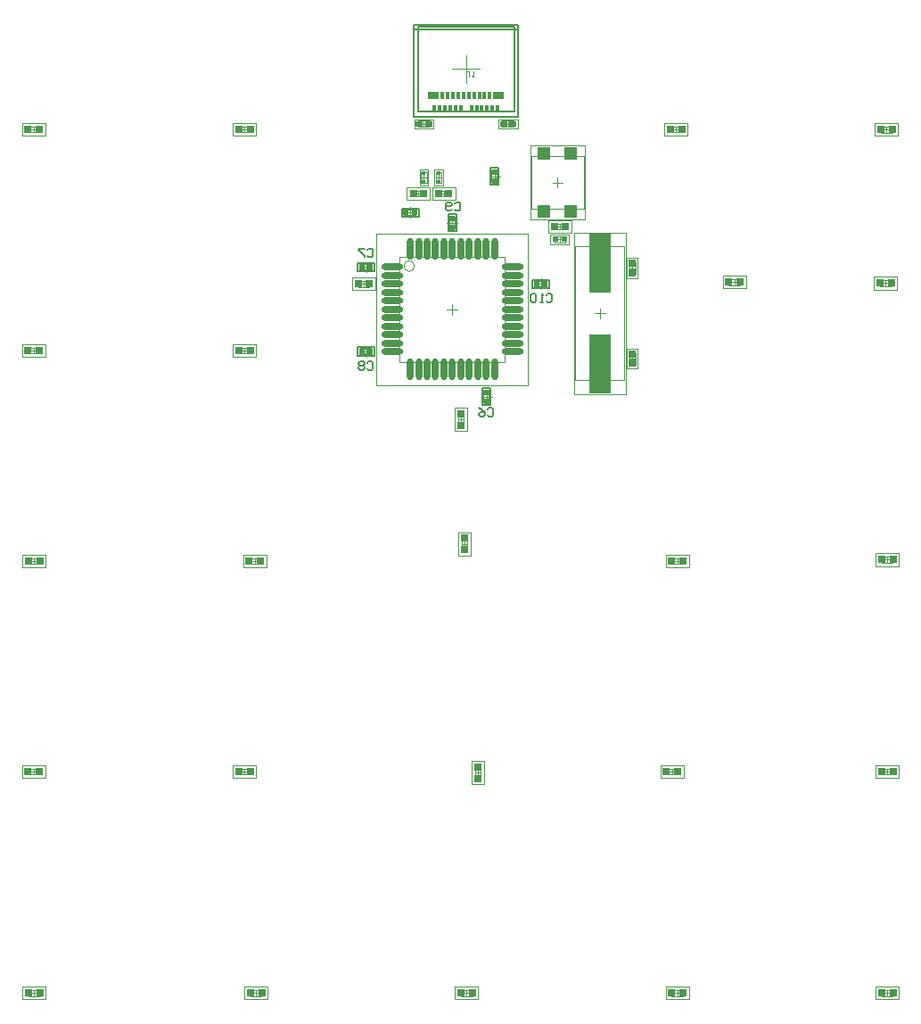
<source format=gbp>
G04*
G04 #@! TF.GenerationSoftware,Altium Limited,Altium Designer,20.1.14 (287)*
G04*
G04 Layer_Color=128*
%FSLAX25Y25*%
%MOIN*%
G70*
G04*
G04 #@! TF.SameCoordinates,6159EE71-3121-4CAE-BACB-EE203CEA38BF*
G04*
G04*
G04 #@! TF.FilePolarity,Positive*
G04*
G01*
G75*
%ADD10C,0.00394*%
%ADD11C,0.00197*%
%ADD12C,0.00787*%
%ADD13C,0.00600*%
%ADD23R,0.01181X0.02756*%
%ADD24R,0.03937X0.02756*%
%ADD25R,0.02559X0.02953*%
%ADD26R,0.02047X0.02047*%
%ADD27R,0.02047X0.02047*%
%ADD28R,0.02953X0.02559*%
%ADD29R,0.08268X0.22047*%
%ADD30R,0.02559X0.02362*%
%ADD31R,0.02520X0.02677*%
%ADD32R,0.02165X0.02165*%
%ADD33R,0.01772X0.01772*%
%ADD34R,0.02992X0.02835*%
%ADD35O,0.02362X0.08071*%
%ADD36O,0.08071X0.02362*%
%ADD37R,0.05000X0.05000*%
G36*
X205721Y381373D02*
X205520D01*
X205505Y381404D01*
X205485Y381434D01*
X205444Y381495D01*
X205398Y381552D01*
X205352Y381605D01*
X205330Y381626D01*
X205311Y381648D01*
X205293Y381665D01*
X205278Y381681D01*
X205263Y381694D01*
X205254Y381703D01*
X205248Y381709D01*
X205245Y381711D01*
X205171Y381772D01*
X205093Y381829D01*
X205016Y381879D01*
X204982Y381903D01*
X204947Y381923D01*
X204914Y381942D01*
X204886Y381958D01*
X204860Y381973D01*
X204838Y381984D01*
X204820Y381993D01*
X204805Y381999D01*
X204796Y382003D01*
X204794Y382006D01*
Y382304D01*
X204849Y382282D01*
X204905Y382256D01*
X204960Y382230D01*
X205010Y382204D01*
X205032Y382193D01*
X205054Y382180D01*
X205071Y382171D01*
X205086Y382162D01*
X205099Y382156D01*
X205108Y382150D01*
X205115Y382147D01*
X205117Y382145D01*
X205182Y382106D01*
X205239Y382067D01*
X205289Y382030D01*
X205333Y381999D01*
X205350Y381984D01*
X205365Y381971D01*
X205378Y381960D01*
X205392Y381949D01*
X205400Y381942D01*
X205407Y381936D01*
X205409Y381934D01*
X205411Y381931D01*
Y383896D01*
X205721D01*
Y381373D01*
D02*
G37*
G36*
X203512Y383933D02*
X203586Y383924D01*
X203621Y383915D01*
X203652Y383909D01*
X203682Y383900D01*
X203709Y383891D01*
X203735Y383885D01*
X203756Y383876D01*
X203774Y383867D01*
X203791Y383861D01*
X203802Y383856D01*
X203813Y383852D01*
X203818Y383848D01*
X203820D01*
X203879Y383811D01*
X203926Y383767D01*
X203970Y383723D01*
X204003Y383682D01*
X204029Y383643D01*
X204040Y383628D01*
X204046Y383612D01*
X204053Y383601D01*
X204057Y383590D01*
X204062Y383586D01*
Y383584D01*
X204075Y383549D01*
X204088Y383512D01*
X204107Y383434D01*
X204120Y383353D01*
X204131Y383274D01*
X204134Y383237D01*
X204136Y383205D01*
X204138Y383174D01*
Y383148D01*
X204140Y383126D01*
Y383109D01*
Y383100D01*
Y383096D01*
Y381382D01*
X203807D01*
Y383113D01*
Y383152D01*
X203804Y383189D01*
Y383222D01*
X203802Y383253D01*
X203798Y383281D01*
X203796Y383307D01*
X203794Y383331D01*
X203789Y383353D01*
X203787Y383370D01*
X203783Y383385D01*
X203781Y383399D01*
X203778Y383410D01*
X203776Y383418D01*
X203774Y383425D01*
X203772Y383427D01*
Y383429D01*
X203756Y383464D01*
X203737Y383494D01*
X203717Y383521D01*
X203695Y383542D01*
X203676Y383560D01*
X203661Y383573D01*
X203650Y383582D01*
X203645Y383584D01*
X203610Y383604D01*
X203573Y383617D01*
X203538Y383628D01*
X203504Y383634D01*
X203475Y383638D01*
X203451Y383641D01*
X203430D01*
X203399Y383638D01*
X203368Y383636D01*
X203316Y383623D01*
X203270Y383608D01*
X203233Y383588D01*
X203203Y383569D01*
X203181Y383551D01*
X203174Y383545D01*
X203168Y383540D01*
X203166Y383538D01*
X203164Y383536D01*
X203146Y383514D01*
X203131Y383488D01*
X203118Y383460D01*
X203107Y383429D01*
X203087Y383364D01*
X203074Y383298D01*
X203070Y383268D01*
X203065Y383237D01*
X203063Y383211D01*
X203061Y383187D01*
X203059Y383168D01*
X203057Y383154D01*
Y383143D01*
Y383141D01*
X202756Y383183D01*
Y383250D01*
X202760Y383314D01*
X202769Y383375D01*
X202778Y383429D01*
X202791Y383479D01*
X202806Y383527D01*
X202821Y383569D01*
X202836Y383606D01*
X202852Y383638D01*
X202869Y383667D01*
X202882Y383693D01*
X202895Y383713D01*
X202908Y383728D01*
X202917Y383739D01*
X202922Y383745D01*
X202924Y383747D01*
X202959Y383780D01*
X202996Y383811D01*
X203037Y383835D01*
X203079Y383856D01*
X203120Y383876D01*
X203161Y383891D01*
X203203Y383902D01*
X203244Y383913D01*
X203281Y383922D01*
X203318Y383926D01*
X203349Y383930D01*
X203377Y383935D01*
X203399D01*
X203416Y383937D01*
X203432D01*
X203512Y383933D01*
D02*
G37*
D10*
X183465Y311024D02*
G03*
X183465Y311024I-1969J0D01*
G01*
X300959Y306114D02*
X305093D01*
X300959Y303948D02*
X305093D01*
Y306114D01*
X300959Y303948D02*
Y306114D01*
X203306Y205177D02*
Y209311D01*
X201140Y205177D02*
Y209311D01*
Y205177D02*
X203306D01*
X201140Y209311D02*
X203306D01*
X199709Y255790D02*
X201875D01*
X199709Y251656D02*
X201875D01*
X199709D02*
Y255790D01*
X201875Y251656D02*
Y255790D01*
X243504Y318307D02*
X262008D01*
X243504Y268307D02*
X262008D01*
Y318307D01*
X243504Y268307D02*
Y318307D01*
X277658Y120965D02*
X281791D01*
X277658Y123130D02*
X281791D01*
X277658Y120965D02*
Y123130D01*
X281791Y120965D02*
Y123130D01*
X279626Y38287D02*
X283760D01*
X279626Y40453D02*
X283760D01*
X279626Y38287D02*
Y40453D01*
X283760Y38287D02*
Y40453D01*
X200886Y38287D02*
X205020D01*
X200886Y40453D02*
X205020D01*
X200886Y38287D02*
Y40453D01*
X205020Y38287D02*
Y40453D01*
X279232Y361122D02*
X283366D01*
X279232Y363287D02*
X283366D01*
X279232Y361122D02*
Y363287D01*
X283366Y361122D02*
Y363287D01*
X39272Y38287D02*
X43406D01*
X39272Y40453D02*
X43406D01*
X39272Y38287D02*
Y40453D01*
X43406Y38287D02*
Y40453D01*
X39075Y120965D02*
X43209D01*
X39075Y123130D02*
X43209D01*
X39075Y120965D02*
Y123130D01*
X43209Y120965D02*
Y123130D01*
X121752Y199705D02*
X125886D01*
X121752Y201870D02*
X125886D01*
X121752Y199705D02*
Y201870D01*
X125886Y199705D02*
Y201870D01*
X39075Y278445D02*
X43209D01*
X39075Y280610D02*
X43209D01*
X39075Y278445D02*
Y280610D01*
X43209Y278445D02*
Y280610D01*
X117815Y361122D02*
X121949D01*
X117815Y363287D02*
X121949D01*
X117815Y361122D02*
Y363287D01*
X121949Y361122D02*
Y363287D01*
X216339Y362992D02*
Y365354D01*
X220669Y362992D02*
Y365354D01*
X216339Y362992D02*
X220669D01*
X216339Y365354D02*
X220669D01*
X263779Y278543D02*
X266142D01*
X263779Y274213D02*
X266142D01*
X263779D02*
Y278543D01*
X266142Y274213D02*
Y278543D01*
X235728Y319941D02*
X239862D01*
X235728Y322106D02*
X239862D01*
X235728Y319941D02*
Y322106D01*
X239862Y319941D02*
Y322106D01*
X185886Y341988D02*
X188051D01*
X185886Y346122D02*
X188051D01*
Y341988D02*
Y346122D01*
X185886Y341988D02*
Y346122D01*
X235728Y326831D02*
X239862D01*
X235728Y324665D02*
X239862D01*
Y326831D01*
X235728Y324665D02*
Y326831D01*
X182933Y337067D02*
X187067D01*
X182933Y339232D02*
X187067D01*
X182933Y337067D02*
Y339232D01*
X187067Y337067D02*
Y339232D01*
X177953Y314567D02*
X217323D01*
X177953Y275197D02*
X217323D01*
X177953D02*
Y314567D01*
X217323Y275197D02*
Y314567D01*
X227165Y332441D02*
X246850D01*
X227165Y352126D02*
X246850D01*
Y332441D02*
Y352126D01*
X227165Y332441D02*
Y352126D01*
X358169Y123130D02*
X362303D01*
X358169Y120965D02*
X362303D01*
Y123130D01*
X358169Y120965D02*
Y123130D01*
Y40453D02*
X362303D01*
X358169Y38287D02*
X362303D01*
Y40453D01*
X358169Y38287D02*
Y40453D01*
X357893Y363115D02*
X362027D01*
X357893Y360949D02*
X362027D01*
Y363115D01*
X357893Y360949D02*
Y363115D01*
X357601Y305737D02*
X361735D01*
X357601Y303571D02*
X361735D01*
Y305737D01*
X357601Y303571D02*
Y305737D01*
X208307Y119622D02*
Y123756D01*
X206142Y119622D02*
Y123756D01*
Y119622D02*
X208307D01*
X206142Y123756D02*
X208307D01*
X122146Y38287D02*
X126279D01*
X122146Y40453D02*
X126279D01*
X122146Y38287D02*
Y40453D01*
X126279Y38287D02*
Y40453D01*
X117815Y120965D02*
X121949D01*
X117815Y123130D02*
X121949D01*
X117815Y120965D02*
Y123130D01*
X121949Y120965D02*
Y123130D01*
X39272Y199705D02*
X43406D01*
X39272Y201870D02*
X43406D01*
X39272Y199705D02*
Y201870D01*
X43406Y199705D02*
Y201870D01*
X117815Y278445D02*
X121949D01*
X117815Y280610D02*
X121949D01*
X117815Y278445D02*
Y280610D01*
X121949Y278445D02*
Y280610D01*
X39075Y361122D02*
X43209D01*
X39075Y363287D02*
X43209D01*
X39075Y361122D02*
Y363287D01*
X43209Y361122D02*
Y363287D01*
X279626Y199705D02*
X283760D01*
X279626Y201870D02*
X283760D01*
X279626Y199705D02*
Y201870D01*
X283760Y199705D02*
Y201870D01*
X189173Y362992D02*
Y365354D01*
X184843Y362992D02*
Y365354D01*
X189173D01*
X184843Y362992D02*
X189173D01*
X162500Y303248D02*
Y305413D01*
X166634Y303248D02*
Y305413D01*
X162500Y303248D02*
X166634D01*
X162500Y305413D02*
X166634D01*
X191398Y341988D02*
Y346122D01*
X193563Y341988D02*
Y346122D01*
X191398D02*
X193563D01*
X191398Y341988D02*
X193563D01*
X263779Y308071D02*
X266142D01*
X263779Y312402D02*
X266142D01*
Y308071D02*
Y312402D01*
X263779Y308071D02*
Y312402D01*
X358210Y200215D02*
Y202381D01*
X362343Y200215D02*
Y202381D01*
X358210Y200215D02*
X362343D01*
X358210Y202381D02*
X362343D01*
X192382Y337067D02*
X196516D01*
X192382Y339232D02*
X196516D01*
X192382Y337067D02*
Y339232D01*
X196516Y337067D02*
Y339232D01*
X252756Y291339D02*
Y295276D01*
X250787Y293307D02*
X254724D01*
X217323Y364173D02*
X219685D01*
X218504Y362992D02*
Y365354D01*
X264961Y275197D02*
Y277559D01*
X263779Y276378D02*
X266142D01*
X237795Y319941D02*
Y322106D01*
X236713Y321024D02*
X238878D01*
X186969Y342972D02*
Y345138D01*
X185886Y344055D02*
X188051D01*
X237795Y324665D02*
Y326831D01*
X236713Y325748D02*
X238878D01*
X185000Y337067D02*
Y339232D01*
X183917Y338150D02*
X186083D01*
X197638Y292913D02*
Y296850D01*
X195669Y294882D02*
X199606D01*
X235039Y342284D02*
X238976D01*
X237008Y340315D02*
Y344252D01*
X185827Y364173D02*
X188189D01*
X187008Y362992D02*
Y365354D01*
X163484Y304331D02*
X165650D01*
X164567Y303248D02*
Y305413D01*
X191398Y344055D02*
X193563D01*
X192480Y342972D02*
Y345138D01*
X264961Y309055D02*
Y311417D01*
X263779Y310236D02*
X266142D01*
X194449Y337067D02*
Y339232D01*
X193366Y338150D02*
X195531D01*
X197642Y384646D02*
X207870D01*
X202756Y379532D02*
Y389760D01*
X211446Y344529D02*
X215384D01*
X213415Y342561D02*
Y346498D01*
X181876Y329050D02*
Y332987D01*
X179907Y331019D02*
X183844D01*
X197638Y325197D02*
Y329134D01*
X195669Y327165D02*
X199606D01*
X163386Y310630D02*
X167323D01*
X165354Y308661D02*
Y312598D01*
X228740Y304331D02*
X232677D01*
X230709Y302362D02*
Y306299D01*
X163386Y279134D02*
X167323D01*
X165354Y277165D02*
Y281102D01*
X210386Y260189D02*
Y264126D01*
X208418Y262158D02*
X212354D01*
D11*
X303026Y303948D02*
Y306114D01*
X301943Y305031D02*
X304108D01*
X298695Y307393D02*
X307356D01*
X298695Y302669D02*
X307356D01*
Y307393D01*
X298695Y302669D02*
Y307393D01*
X201140Y207244D02*
X203306D01*
X202223Y206161D02*
Y208326D01*
X204585Y202913D02*
Y211574D01*
X199861Y202913D02*
Y211574D01*
Y202913D02*
X204585D01*
X199861Y211574D02*
X204585D01*
X198430Y258054D02*
X203154D01*
X198430Y249392D02*
X203154D01*
X198430D02*
Y258054D01*
X203154Y249392D02*
Y258054D01*
X200792Y252640D02*
Y254806D01*
X199709Y253723D02*
X201875D01*
X243110Y263189D02*
Y323425D01*
X262402Y263189D02*
Y323425D01*
X243110Y263189D02*
X262402D01*
X243110Y323425D02*
X262402D01*
X279724Y120965D02*
Y123130D01*
X278642Y122047D02*
X280807D01*
X275394Y119685D02*
X284055D01*
X275394Y124409D02*
X284055D01*
X275394Y119685D02*
Y124409D01*
X284055Y119685D02*
Y124409D01*
X281693Y38287D02*
Y40453D01*
X280610Y39370D02*
X282776D01*
X277362Y37008D02*
X286024D01*
X277362Y41732D02*
X286024D01*
X277362Y37008D02*
Y41732D01*
X286024Y37008D02*
Y41732D01*
X202953Y38287D02*
Y40453D01*
X201870Y39370D02*
X204035D01*
X198622Y37008D02*
X207283D01*
X198622Y41732D02*
X207283D01*
X198622Y37008D02*
Y41732D01*
X207283Y37008D02*
Y41732D01*
X281299Y361122D02*
Y363287D01*
X280217Y362205D02*
X282382D01*
X276969Y359842D02*
X285630D01*
X276969Y364567D02*
X285630D01*
X276969Y359842D02*
Y364567D01*
X285630Y359842D02*
Y364567D01*
X41339Y38287D02*
Y40453D01*
X40256Y39370D02*
X42421D01*
X37008Y37008D02*
X45669D01*
X37008Y41732D02*
X45669D01*
X37008Y37008D02*
Y41732D01*
X45669Y37008D02*
Y41732D01*
X41142Y120965D02*
Y123130D01*
X40059Y122047D02*
X42224D01*
X36811Y119685D02*
X45472D01*
X36811Y124409D02*
X45472D01*
X36811Y119685D02*
Y124409D01*
X45472Y119685D02*
Y124409D01*
X123819Y199705D02*
Y201870D01*
X122736Y200787D02*
X124902D01*
X119488Y198425D02*
X128150D01*
X119488Y203150D02*
X128150D01*
X119488Y198425D02*
Y203150D01*
X128150Y198425D02*
Y203150D01*
X41142Y278445D02*
Y280610D01*
X40059Y279528D02*
X42224D01*
X36811Y277165D02*
X45472D01*
X36811Y281890D02*
X45472D01*
X36811Y277165D02*
Y281890D01*
X45472Y277165D02*
Y281890D01*
X119882Y361122D02*
Y363287D01*
X118799Y362205D02*
X120965D01*
X115551Y359842D02*
X124213D01*
X115551Y364567D02*
X124213D01*
X115551Y359842D02*
Y364567D01*
X124213Y359842D02*
Y364567D01*
X214961Y362402D02*
Y365945D01*
X222047Y362402D02*
Y365945D01*
X214961Y362402D02*
X222047D01*
X214961Y365945D02*
X222047D01*
X262992Y280118D02*
X266929D01*
X262992Y272638D02*
X266929D01*
X262992D02*
Y280118D01*
X266929Y272638D02*
Y280118D01*
X234252Y319252D02*
X241339D01*
X234252Y322795D02*
X241339D01*
X234252Y319252D02*
Y322795D01*
X241339Y319252D02*
Y322795D01*
X185394Y341102D02*
X188543D01*
X185394Y347008D02*
X188543D01*
Y341102D02*
Y347008D01*
X185394Y341102D02*
Y347008D01*
X233465Y328110D02*
X242126D01*
X233465Y323386D02*
X242126D01*
Y328110D01*
X233465Y323386D02*
Y328110D01*
X180669Y335787D02*
X189331D01*
X180669Y340512D02*
X189331D01*
X180669Y335787D02*
Y340512D01*
X189331Y335787D02*
Y340512D01*
X169291Y323228D02*
X225984D01*
X169291Y266535D02*
X225984D01*
X169291D02*
Y323228D01*
X225984Y266535D02*
Y323228D01*
X226772Y328563D02*
X247244D01*
X226772D02*
Y356004D01*
X247244Y328563D02*
Y356004D01*
X226772D02*
X247244D01*
X360236Y120965D02*
Y123130D01*
X359154Y122047D02*
X361319D01*
X355906Y124409D02*
X364567D01*
X355906Y119685D02*
X364567D01*
Y124409D01*
X355906Y119685D02*
Y124409D01*
X360236Y38287D02*
Y40453D01*
X359154Y39370D02*
X361319D01*
X355906Y41732D02*
X364567D01*
X355906Y37008D02*
X364567D01*
Y41732D01*
X355906Y37008D02*
Y41732D01*
X359960Y360949D02*
Y363115D01*
X358877Y362032D02*
X361043D01*
X355629Y364394D02*
X364291D01*
X355629Y359670D02*
X364291D01*
Y364394D01*
X355629Y359670D02*
Y364394D01*
X359668Y303571D02*
Y305737D01*
X358585Y304654D02*
X360751D01*
X355337Y307016D02*
X363999D01*
X355337Y302292D02*
X363999D01*
Y307016D01*
X355337Y302292D02*
Y307016D01*
X206142Y121689D02*
X208307D01*
X207224Y120606D02*
Y122772D01*
X209587Y117358D02*
Y126020D01*
X204862Y117358D02*
Y126020D01*
Y117358D02*
X209587D01*
X204862Y126020D02*
X209587D01*
X124213Y38287D02*
Y40453D01*
X123130Y39370D02*
X125295D01*
X119882Y37008D02*
X128543D01*
X119882Y41732D02*
X128543D01*
X119882Y37008D02*
Y41732D01*
X128543Y37008D02*
Y41732D01*
X119882Y120965D02*
Y123130D01*
X118799Y122047D02*
X120965D01*
X115551Y119685D02*
X124213D01*
X115551Y124409D02*
X124213D01*
X115551Y119685D02*
Y124409D01*
X124213Y119685D02*
Y124409D01*
X41339Y199705D02*
Y201870D01*
X40256Y200787D02*
X42421D01*
X37008Y198425D02*
X45669D01*
X37008Y203150D02*
X45669D01*
X37008Y198425D02*
Y203150D01*
X45669Y198425D02*
Y203150D01*
X119882Y278445D02*
Y280610D01*
X118799Y279528D02*
X120965D01*
X115551Y277165D02*
X124213D01*
X115551Y281890D02*
X124213D01*
X115551Y277165D02*
Y281890D01*
X124213Y277165D02*
Y281890D01*
X41142Y361122D02*
Y363287D01*
X40059Y362205D02*
X42224D01*
X36811Y359842D02*
X45472D01*
X36811Y364567D02*
X45472D01*
X36811Y359842D02*
Y364567D01*
X45472Y359842D02*
Y364567D01*
X281693Y199705D02*
Y201870D01*
X280610Y200787D02*
X282776D01*
X277362Y198425D02*
X286024D01*
X277362Y203150D02*
X286024D01*
X277362Y198425D02*
Y203150D01*
X286024Y198425D02*
Y203150D01*
X190551Y362402D02*
Y365945D01*
X183465Y362402D02*
Y365945D01*
X190551D01*
X183465Y362402D02*
X190551D01*
X160236Y301969D02*
Y306693D01*
X168898Y301969D02*
Y306693D01*
X160236Y301969D02*
X168898D01*
X160236Y306693D02*
X168898D01*
X190905Y341102D02*
Y347008D01*
X194055Y341102D02*
Y347008D01*
X190905D02*
X194055D01*
X190905Y341102D02*
X194055D01*
X262992Y306496D02*
X266929D01*
X262992Y313976D02*
X266929D01*
Y306496D02*
Y313976D01*
X262992Y306496D02*
Y313976D01*
X355946Y198936D02*
Y203660D01*
X364607Y198936D02*
Y203660D01*
X355946Y198936D02*
X364607D01*
X355946Y203660D02*
X364607D01*
X359194Y201298D02*
X361359D01*
X360277Y200215D02*
Y202381D01*
X190118Y335787D02*
X198779D01*
X190118Y340512D02*
X198779D01*
X190118Y335787D02*
Y340512D01*
X198779Y335787D02*
Y340512D01*
D12*
X183189Y366890D02*
X222323D01*
Y400984D01*
X183189D02*
X222323D01*
X183189Y366890D02*
Y400984D01*
X211840Y341380D02*
X214990D01*
X211840D02*
Y347679D01*
X214990D01*
Y341380D02*
Y347679D01*
X185025Y329444D02*
Y332594D01*
X178726Y329444D02*
X185025D01*
X178726D02*
Y332594D01*
X185025D01*
X199213Y324016D02*
Y330315D01*
X196063D02*
X199213D01*
X196063Y324016D02*
Y330315D01*
Y324016D02*
X199213D01*
X162205Y312205D02*
X168504D01*
X162205Y309055D02*
Y312205D01*
Y309055D02*
X168504D01*
Y312205D01*
X227559Y302756D02*
X233858D01*
Y305906D01*
X227559D02*
X233858D01*
X227559Y302756D02*
Y305906D01*
X162205Y280709D02*
X168504D01*
X162205Y277559D02*
Y280709D01*
Y277559D02*
X168504D01*
Y280709D01*
X208811Y259008D02*
Y265307D01*
Y259008D02*
X211961D01*
Y265307D01*
X208811D02*
X211961D01*
X183189Y366890D02*
X222323D01*
Y400984D01*
X183189D02*
X222323D01*
X183189Y366890D02*
Y400984D01*
X211840Y341380D02*
X214990D01*
X211840D02*
Y347679D01*
X214990D01*
Y341380D02*
Y347679D01*
X185025Y329444D02*
Y332594D01*
X178726Y329444D02*
X185025D01*
X178726D02*
Y332594D01*
X185025D01*
X199213Y324016D02*
Y330315D01*
X196063D02*
X199213D01*
X196063Y324016D02*
Y330315D01*
Y324016D02*
X199213D01*
X162205Y312205D02*
X168504D01*
X162205Y309055D02*
Y312205D01*
Y309055D02*
X168504D01*
Y312205D01*
X227559Y302756D02*
X233858D01*
Y305906D01*
X227559D02*
X233858D01*
X227559Y302756D02*
Y305906D01*
X162205Y280709D02*
X168504D01*
X162205Y277559D02*
Y280709D01*
Y277559D02*
X168504D01*
Y280709D01*
X208811Y259008D02*
Y265307D01*
Y259008D02*
X211961D01*
Y265307D01*
X208811D02*
X211961D01*
X184764Y368701D02*
X220748D01*
Y400591D01*
X184764D02*
X220748D01*
X184764Y368701D02*
Y400591D01*
X183189Y399488D02*
X222323D01*
X212332Y342462D02*
X214498D01*
X212332D02*
Y346596D01*
X214498D01*
Y342462D02*
Y346596D01*
X183943Y329936D02*
Y332102D01*
X179809Y329936D02*
X183943D01*
X179809D02*
Y332102D01*
X183943D01*
X198721Y325098D02*
Y329232D01*
X196555D02*
X198721D01*
X196555Y325098D02*
Y329232D01*
Y325098D02*
X198721D01*
X163287Y311713D02*
X167421D01*
X163287Y309547D02*
Y311713D01*
Y309547D02*
X167421D01*
Y311713D01*
X228642Y303248D02*
X232776D01*
Y305413D01*
X228642D02*
X232776D01*
X228642Y303248D02*
Y305413D01*
X163287Y280217D02*
X167421D01*
X163287Y278051D02*
Y280217D01*
Y278051D02*
X167421D01*
Y280217D01*
X209303Y260091D02*
Y264225D01*
Y260091D02*
X211469D01*
Y264225D01*
X209303D02*
X211469D01*
D13*
X198449Y334368D02*
X198982Y334901D01*
X200048D01*
X200581Y334368D01*
Y332236D01*
X200048Y331702D01*
X198982D01*
X198449Y332236D01*
X197382D02*
X196849Y331702D01*
X195783D01*
X195249Y332236D01*
Y334368D01*
X195783Y334901D01*
X196849D01*
X197382Y334368D01*
Y333835D01*
X196849Y333302D01*
X195249D01*
X165771Y317045D02*
X166304Y317579D01*
X167371D01*
X167904Y317045D01*
Y314913D01*
X167371Y314380D01*
X166304D01*
X165771Y314913D01*
X164705Y317579D02*
X162572D01*
Y317045D01*
X164705Y314913D01*
Y314380D01*
X232700Y300116D02*
X233234Y300649D01*
X234300D01*
X234833Y300116D01*
Y297984D01*
X234300Y297450D01*
X233234D01*
X232700Y297984D01*
X231634Y297450D02*
X230568D01*
X231101D01*
Y300649D01*
X231634Y300116D01*
X228968D02*
X228435Y300649D01*
X227369D01*
X226836Y300116D01*
Y297984D01*
X227369Y297450D01*
X228435D01*
X228968Y297984D01*
Y300116D01*
X165771Y274919D02*
X166304Y275452D01*
X167371D01*
X167904Y274919D01*
Y272787D01*
X167371Y272253D01*
X166304D01*
X165771Y272787D01*
X164705Y274919D02*
X164172Y275452D01*
X163105D01*
X162572Y274919D01*
Y274386D01*
X163105Y273853D01*
X162572Y273320D01*
Y272787D01*
X163105Y272253D01*
X164172D01*
X164705Y272787D01*
Y273320D01*
X164172Y273853D01*
X164705Y274386D01*
Y274919D01*
X164172Y273853D02*
X163105D01*
X210803Y257550D02*
X211336Y258083D01*
X212403D01*
X212936Y257550D01*
Y255417D01*
X212403Y254884D01*
X211336D01*
X210803Y255417D01*
X207604Y258083D02*
X208670Y257550D01*
X209737Y256483D01*
Y255417D01*
X209204Y254884D01*
X208137D01*
X207604Y255417D01*
Y255950D01*
X208137Y256483D01*
X209737D01*
D23*
X190945Y369803D02*
D03*
X192913D02*
D03*
X194882D02*
D03*
X196850D02*
D03*
X198819D02*
D03*
X200787D02*
D03*
X204724D02*
D03*
X206693D02*
D03*
X208661D02*
D03*
X210630D02*
D03*
X212598D02*
D03*
X214567D02*
D03*
X211614Y374921D02*
D03*
X209646D02*
D03*
X207677D02*
D03*
X205709D02*
D03*
X203740D02*
D03*
X201772D02*
D03*
X199803D02*
D03*
X197835D02*
D03*
X195866D02*
D03*
X193898D02*
D03*
D24*
X190551D02*
D03*
X214961D02*
D03*
D25*
X305191Y305031D02*
D03*
X300860D02*
D03*
X277559Y122047D02*
D03*
X281890D02*
D03*
X279528Y39370D02*
D03*
X283858D02*
D03*
X200787D02*
D03*
X205118D02*
D03*
X279134Y362205D02*
D03*
X283465D02*
D03*
X39173Y39370D02*
D03*
X43504D02*
D03*
X38976Y122047D02*
D03*
X43307D02*
D03*
X121653Y200787D02*
D03*
X125984D02*
D03*
X38976Y279528D02*
D03*
X43307D02*
D03*
X117717Y362205D02*
D03*
X122047D02*
D03*
X362402Y122047D02*
D03*
X358071D02*
D03*
X362402Y39370D02*
D03*
X358071D02*
D03*
X362125Y362032D02*
D03*
X357795D02*
D03*
X361833Y304654D02*
D03*
X357503D02*
D03*
X122047Y39370D02*
D03*
X126378D02*
D03*
X117717Y122047D02*
D03*
X122047D02*
D03*
X39173Y200787D02*
D03*
X43504D02*
D03*
X117717Y279528D02*
D03*
X122047D02*
D03*
X38976Y362205D02*
D03*
X43307D02*
D03*
X279528Y200787D02*
D03*
X283858D02*
D03*
X358111Y201298D02*
D03*
X362442D02*
D03*
D26*
X213415Y346104D02*
D03*
Y342955D02*
D03*
X197638Y325591D02*
D03*
Y328740D02*
D03*
X210386Y263733D02*
D03*
Y260583D02*
D03*
D27*
X180301Y331019D02*
D03*
X183450D02*
D03*
X166929Y310630D02*
D03*
X163779D02*
D03*
X229134Y304331D02*
D03*
X232283D02*
D03*
X166929Y279134D02*
D03*
X163779D02*
D03*
D28*
X202223Y205078D02*
D03*
Y209409D02*
D03*
X200792Y255888D02*
D03*
Y251558D02*
D03*
X207224Y119524D02*
D03*
Y123854D02*
D03*
D29*
X252756Y312008D02*
D03*
Y274606D02*
D03*
D30*
X216831Y364173D02*
D03*
X220177D02*
D03*
X188681D02*
D03*
X185335D02*
D03*
D31*
X264961Y278110D02*
D03*
Y274646D02*
D03*
Y308504D02*
D03*
Y311968D02*
D03*
D32*
X236024Y321024D02*
D03*
X239567D02*
D03*
D33*
X186969Y342480D02*
D03*
Y345630D02*
D03*
X192480D02*
D03*
Y342480D02*
D03*
D34*
X239724Y325748D02*
D03*
X235866D02*
D03*
X183110Y338150D02*
D03*
X186890D02*
D03*
X162638Y304331D02*
D03*
X166496D02*
D03*
X192559Y338150D02*
D03*
X196339D02*
D03*
D35*
X181890Y317323D02*
D03*
X185039D02*
D03*
X188189D02*
D03*
X191339D02*
D03*
X194488D02*
D03*
X197638D02*
D03*
X200787D02*
D03*
X203937D02*
D03*
X207087D02*
D03*
X210236D02*
D03*
X213386D02*
D03*
Y272441D02*
D03*
X210236D02*
D03*
X207087D02*
D03*
X203937D02*
D03*
X200787D02*
D03*
X197638D02*
D03*
X194488D02*
D03*
X191339D02*
D03*
X188189D02*
D03*
X185039D02*
D03*
X181890D02*
D03*
D36*
X220079Y310630D02*
D03*
Y307480D02*
D03*
Y304331D02*
D03*
Y301181D02*
D03*
Y298031D02*
D03*
Y294882D02*
D03*
Y291732D02*
D03*
Y288583D02*
D03*
Y285433D02*
D03*
Y282283D02*
D03*
Y279134D02*
D03*
X175197D02*
D03*
Y282283D02*
D03*
Y285433D02*
D03*
Y288583D02*
D03*
Y291732D02*
D03*
Y294882D02*
D03*
Y298031D02*
D03*
Y301181D02*
D03*
Y304331D02*
D03*
Y307480D02*
D03*
Y310630D02*
D03*
D37*
X232008Y331457D02*
D03*
X242008D02*
D03*
Y353110D02*
D03*
X232008D02*
D03*
M02*

</source>
